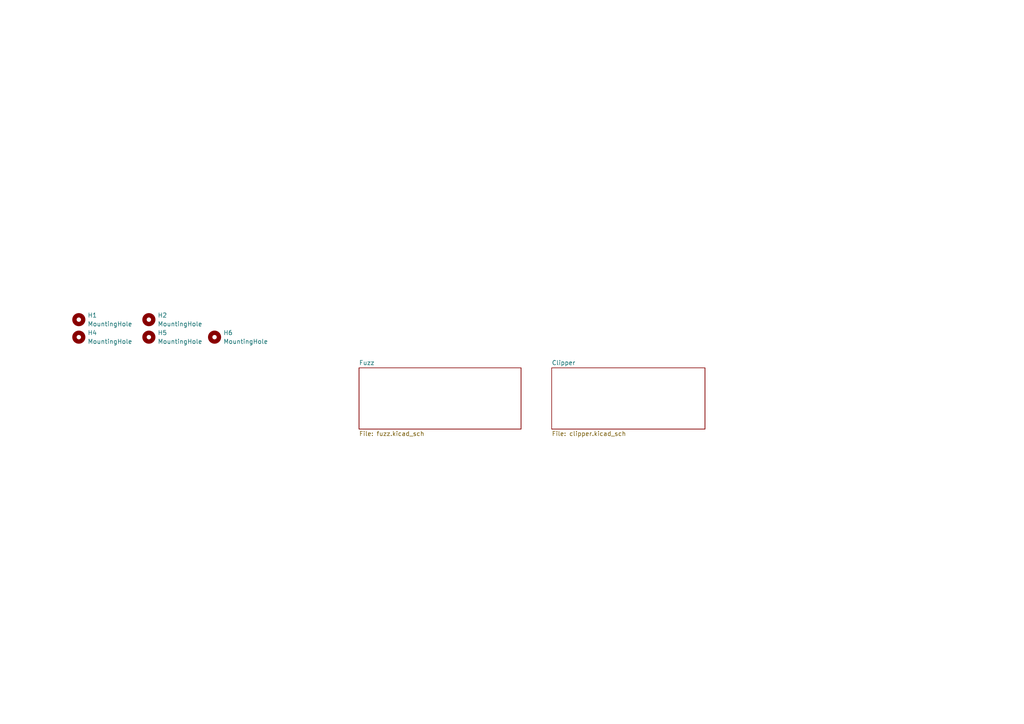
<source format=kicad_sch>
(kicad_sch (version 20250114) (generator "eeschema") (generator_version "9.0")
  (paper "A4")
  (lib_symbols
    (symbol "Mechanical:MountingHole" (pin_names (offset 1.016)) (in_bom no)
      (property "Reference" "H" (at 0 5.08 0))
      (property "Value" "MountingHole" (at 0 3.175 0))
      (symbol "MountingHole_0_1"
        (circle (center 0 0) (radius 1.27) (stroke (width 1.27)))
      )
    )
  )
  (symbol (lib_id "Mechanical:MountingHole") (at 43.18 92.71 0) (unit 1) (in_bom no)
    (property "Reference" "H2" (at 45.72 91.4399 0) (effects (justify left)))
    (property "Value" "MountingHole" (at 45.72 93.9799 0) (effects (justify left)))
    (property "Footprint" "Perso:mouse-bite-2mm-slot" (effects (hide yes)))
    (property "Description" "Mounting Hole without connection" (effects (hide yes)))
  )
  (symbol (lib_id "Mechanical:MountingHole") (at 22.86 92.71 0) (unit 1) (in_bom no)
    (property "Reference" "H1" (at 25.4 91.4399 0) (effects (justify left)))
    (property "Value" "MountingHole" (at 25.4 93.9799 0) (effects (justify left)))
    (property "Footprint" "Perso:mouse-bite-2mm-slot" (effects (hide yes)))
    (property "Description" "Mounting Hole without connection" (effects (hide yes)))
  )
  (symbol (lib_id "Mechanical:MountingHole") (at 22.86 97.79 0) (unit 1) (in_bom no)
    (property "Reference" "H4" (at 25.4 96.5199 0) (effects (justify left)))
    (property "Value" "MountingHole" (at 25.4 99.0599 0) (effects (justify left)))
    (property "Footprint" "Perso:mouse-bite-2mm-slot" (effects (hide yes)))
    (property "Description" "Mounting Hole without connection" (effects (hide yes)))
  )
  (symbol (lib_id "Mechanical:MountingHole") (at 43.18 97.79 0) (unit 1) (in_bom no)
    (property "Reference" "H5" (at 45.72 96.5199 0) (effects (justify left)))
    (property "Value" "MountingHole" (at 45.72 99.0599 0) (effects (justify left)))
    (property "Footprint" "Perso:mouse-bite-2mm-slot" (effects (hide yes)))
    (property "Description" "Mounting Hole without connection" (effects (hide yes)))
  )
  (symbol (lib_id "Mechanical:MountingHole") (at 62.23 97.79 0) (unit 1) (in_bom no)
    (property "Reference" "H6" (at 64.77 96.5199 0) (effects (justify left)))
    (property "Value" "MountingHole" (at 64.77 99.0599 0) (effects (justify left)))
    (property "Footprint" "Perso:mouse-bite-2mm-slot" (effects (hide yes)))
    (property "Description" "Mounting Hole without connection" (effects (hide yes)))
  )
  (sheet (at 160.02 106.68) (size 44.45 17.78) (stroke (width 0.1524))
    (property "Sheetname" "Clipper" (at 160.02 105.9684 0) (effects (justify left bottom)))
    (property "Sheetfile" "clipper.kicad_sch" (at 160.02 125.0446 0) (effects (justify left top)))
  )
  (sheet (at 104.14 106.68) (size 46.99 17.78) (stroke (width 0.1524))
    (property "Sheetname" "Fuzz" (at 104.14 105.9684 0) (effects (justify left bottom)))
    (property "Sheetfile" "fuzz.kicad_sch" (at 104.14 125.0446 0) (effects (justify left top)))
  )
)
</source>
